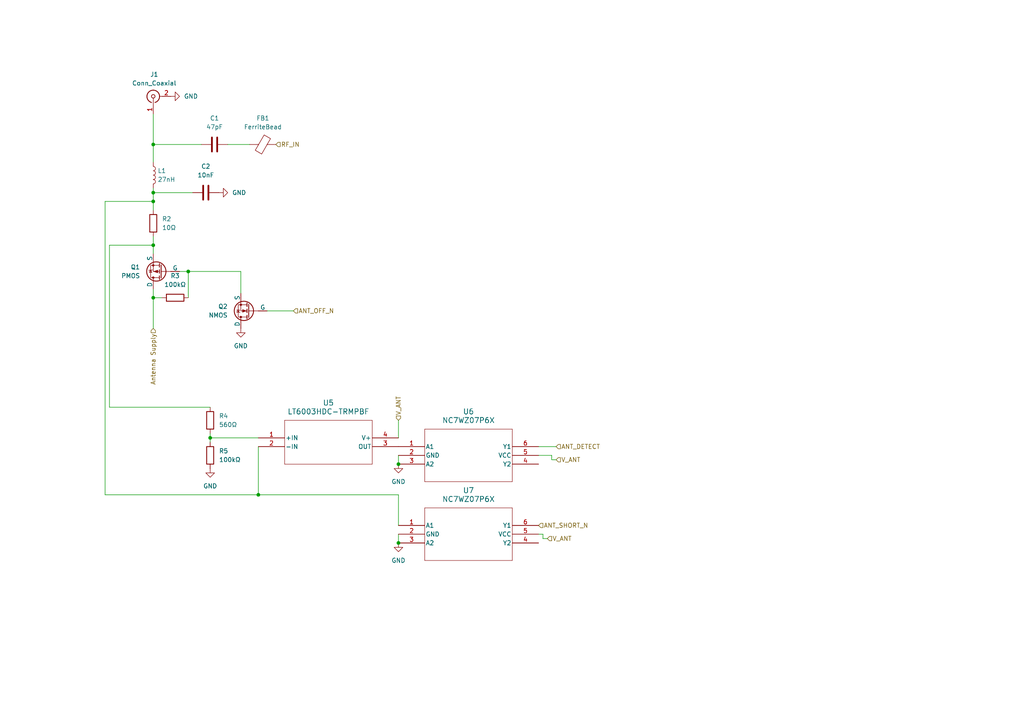
<source format=kicad_sch>
(kicad_sch (version 20250114) (generator "eeschema") (generator_version "9.0")
  (paper "A4")
  (lib_symbols
    (symbol "Connector:Conn_Coaxial" (pin_names (offset 1.016) (hide yes))
      (property "Reference" "J" (at 0.254 3.048 0))
      (property "Value" "Conn_Coaxial" (at 2.921 0 90))
      (symbol "Conn_Coaxial_0_1"
        (polyline (pts (xy -2.54 0) (xy -0.508 0)))
        (arc (start 1.778 0) (mid 0.222 -1.8079) (end -1.778 -0.508) (stroke (width 0.254)))
        (arc (start -1.778 0.508) (mid 0.2221 1.8084) (end 1.778 0) (stroke (width 0.254)))
        (circle (center 0 0) (radius 0.508) (stroke (width 0.2032)))
        (polyline (pts (xy 0 -2.54) (xy 0 -1.778)))
      )
      (symbol "Conn_Coaxial_1_1"
        (pin passive line (at -5.08 0 0) (length 2.54) (name "In") (number "1"))
        (pin passive line (at 0 -5.08 90) (length 2.54) (name "Ext") (number "2"))
      )
    )
    (symbol "Device:C" (pin_numbers (hide yes)) (pin_names (offset 0.254))
      (property "Reference" "C" (at 0.635 2.54 0))
      (property "Value" "C" (at 0.635 -2.54 0))
      (symbol "C_0_1"
        (polyline (pts (xy -2.032 0.762) (xy 2.032 0.762)) (stroke (width 0.508)))
        (polyline (pts (xy -2.032 -0.762) (xy 2.032 -0.762)) (stroke (width 0.508)))
      )
      (symbol "C_1_1"
        (pin passive line (at 0 3.81 270) (length 2.794) (name "~") (number "1"))
        (pin passive line (at 0 -3.81 90) (length 2.794) (name "~") (number "2"))
      )
    )
    (symbol "Device:FerriteBead" (pin_numbers (hide yes)) (pin_names (offset 0))
      (property "Reference" "FB" (at -3.81 0.635 90))
      (property "Value" "FerriteBead" (at 3.81 0 90))
      (symbol "FerriteBead_0_1"
        (polyline (pts (xy -2.7686 0.4064) (xy -1.7018 2.2606) (xy 2.7686 -0.3048) (xy 1.6764 -2.159) (xy -2.7686 0.4064)))
        (polyline (pts (xy 0 1.27) (xy 0 1.2954)))
        (polyline (pts (xy 0 -1.27) (xy 0 -1.2192)))
      )
      (symbol "FerriteBead_1_1"
        (pin passive line (at 0 3.81 270) (length 2.54) (name "~") (number "1"))
        (pin passive line (at 0 -3.81 90) (length 2.54) (name "~") (number "2"))
      )
    )
    (symbol "Device:L" (pin_numbers (hide yes)) (pin_names (offset 1.016) (hide yes))
      (property "Reference" "L" (at -1.27 0 90))
      (property "Value" "L" (at 1.905 0 90))
      (symbol "L_0_1"
        (arc (start 0 2.54) (mid 0.6323 1.905) (end 0 1.27))
        (arc (start 0 1.27) (mid 0.6323 0.635) (end 0 0))
        (arc (start 0 0) (mid 0.6323 -0.635) (end 0 -1.27))
        (arc (start 0 -1.27) (mid 0.6323 -1.905) (end 0 -2.54))
      )
      (symbol "L_1_1"
        (pin passive line (at 0 3.81 270) (length 1.27) (name "1") (number "1"))
        (pin passive line (at 0 -3.81 90) (length 1.27) (name "2") (number "2"))
      )
    )
    (symbol "Device:R" (pin_numbers (hide yes)) (pin_names (offset 0))
      (property "Reference" "R" (at 2.032 0 90))
      (property "Value" "R" (at 0 0 90))
      (symbol "R_0_1"
        (rectangle (start -1.016 -2.54) (end 1.016 2.54) (stroke (width 0.254)))
      )
      (symbol "R_1_1"
        (pin passive line (at 0 3.81 270) (length 1.27) (name "~") (number "1"))
        (pin passive line (at 0 -3.81 90) (length 1.27) (name "~") (number "2"))
      )
    )
    (symbol "LT6003:LT6003HDC-TRMPBF" (pin_names (offset 0.254))
      (property "Reference" "U" (at 20.32 10.16 0))
      (property "Value" "LT6003HDC-TRMPBF" (at 20.32 7.62 0))
      (symbol "LT6003HDC-TRMPBF_0_1"
        (polyline (pts (xy 7.62 5.08) (xy 7.62 -7.62)) (stroke (width 0.127)))
        (polyline (pts (xy 7.62 -7.62) (xy 33.02 -7.62)) (stroke (width 0.127)))
        (polyline (pts (xy 33.02 5.08) (xy 7.62 5.08)) (stroke (width 0.127)))
        (polyline (pts (xy 33.02 -7.62) (xy 33.02 5.08)) (stroke (width 0.127)))
        (pin input line (at 0 0 0) (length 7.62) (name "+IN") (number "1"))
        (pin input line (at 0 -2.54 0) (length 7.62) (name "-IN") (number "2"))
        (pin power_in line (at 40.64 0 180) (length 7.62) (name "V+") (number "4"))
        (pin output line (at 40.64 -2.54 180) (length 7.62) (name "OUT") (number "3"))
      )
    )
    (symbol "NC7WZ07P6X:NC7WZ07P6X" (pin_names (offset 0.254))
      (property "Reference" "U" (at 20.32 10.16 0))
      (property "Value" "NC7WZ07P6X" (at 20.32 7.62 0))
      (symbol "NC7WZ07P6X_0_1"
        (polyline (pts (xy 7.62 5.08) (xy 7.62 -10.16)) (stroke (width 0.127)))
        (polyline (pts (xy 7.62 -10.16) (xy 33.02 -10.16)) (stroke (width 0.127)))
        (polyline (pts (xy 33.02 5.08) (xy 7.62 5.08)) (stroke (width 0.127)))
        (polyline (pts (xy 33.02 -10.16) (xy 33.02 5.08)) (stroke (width 0.127)))
        (pin input line (at 0 0 0) (length 7.62) (name "A1") (number "1"))
        (pin power_out line (at 0 -2.54 0) (length 7.62) (name "GND") (number "2"))
        (pin input line (at 0 -5.08 0) (length 7.62) (name "A2") (number "3"))
        (pin output line (at 40.64 0 180) (length 7.62) (name "Y1") (number "6"))
        (pin power_in line (at 40.64 -2.54 180) (length 7.62) (name "VCC") (number "5"))
        (pin output line (at 40.64 -5.08 180) (length 7.62) (name "Y2") (number "4"))
      )
    )
    (symbol "Simulation_SPICE:NMOS" (pin_numbers (hide yes)) (pin_names (offset 0))
      (property "Reference" "Q" (at 5.08 1.27 0))
      (property "Value" "NMOS" (at 5.08 -1.27 0))
      (symbol "NMOS_0_1"
        (polyline (pts (xy 0.254 1.905) (xy 0.254 -1.905)) (stroke (width 0.254)))
        (polyline (pts (xy 0.254 0) (xy -2.54 0)))
        (polyline (pts (xy 0.762 2.286) (xy 0.762 1.27)) (stroke (width 0.254)))
        (polyline (pts (xy 0.762 0.508) (xy 0.762 -0.508)) (stroke (width 0.254)))
        (polyline (pts (xy 0.762 -1.27) (xy 0.762 -2.286)) (stroke (width 0.254)))
        (polyline (pts (xy 0.762 -1.778) (xy 3.302 -1.778) (xy 3.302 1.778) (xy 0.762 1.778)))
        (polyline (pts (xy 1.016 0) (xy 2.032 0.381) (xy 2.032 -0.381) (xy 1.016 0)) (fill (type outline)))
        (circle (center 1.651 0) (radius 2.794) (stroke (width 0.254)))
        (polyline (pts (xy 2.54 2.54) (xy 2.54 1.778)))
        (circle (center 2.54 1.778) (radius 0.254) (fill (type outline)))
        (circle (center 2.54 -1.778) (radius 0.254) (fill (type outline)))
        (polyline (pts (xy 2.54 -2.54) (xy 2.54 0) (xy 0.762 0)))
        (polyline (pts (xy 2.794 0.508) (xy 2.921 0.381) (xy 3.683 0.381) (xy 3.81 0.254)))
        (polyline (pts (xy 3.302 0.381) (xy 2.921 -0.254) (xy 3.683 -0.254) (xy 3.302 0.381)))
      )
      (symbol "NMOS_1_1"
        (pin input line (at -5.08 0 0) (length 2.54) (name "G") (number "2"))
        (pin passive line (at 2.54 5.08 270) (length 2.54) (name "D") (number "1"))
        (pin passive line (at 2.54 -5.08 90) (length 2.54) (name "S") (number "3"))
      )
    )
    (symbol "Simulation_SPICE:PMOS" (pin_numbers (hide yes)) (pin_names (offset 0))
      (property "Reference" "Q" (at 5.08 1.27 0))
      (property "Value" "PMOS" (at 5.08 -1.27 0))
      (symbol "PMOS_0_1"
        (polyline (pts (xy 0.254 1.905) (xy 0.254 -1.905)) (stroke (width 0.254)))
        (polyline (pts (xy 0.254 0) (xy -2.54 0)))
        (polyline (pts (xy 0.762 2.286) (xy 0.762 1.27)) (stroke (width 0.254)))
        (polyline (pts (xy 0.762 1.778) (xy 3.302 1.778) (xy 3.302 -1.778) (xy 0.762 -1.778)))
        (polyline (pts (xy 0.762 0.508) (xy 0.762 -0.508)) (stroke (width 0.254)))
        (polyline (pts (xy 0.762 -1.27) (xy 0.762 -2.286)) (stroke (width 0.254)))
        (circle (center 1.651 0) (radius 2.794) (stroke (width 0.254)))
        (polyline (pts (xy 2.286 0) (xy 1.27 0.381) (xy 1.27 -0.381) (xy 2.286 0)) (fill (type outline)))
        (polyline (pts (xy 2.54 2.54) (xy 2.54 1.778)))
        (circle (center 2.54 1.778) (radius 0.254) (fill (type outline)))
        (circle (center 2.54 -1.778) (radius 0.254) (fill (type outline)))
        (polyline (pts (xy 2.54 -2.54) (xy 2.54 0) (xy 0.762 0)))
        (polyline (pts (xy 2.794 -0.508) (xy 2.921 -0.381) (xy 3.683 -0.381) (xy 3.81 -0.254)))
        (polyline (pts (xy 3.302 -0.381) (xy 2.921 0.254) (xy 3.683 0.254) (xy 3.302 -0.381)))
      )
      (symbol "PMOS_1_1"
        (pin input line (at -5.08 0 0) (length 2.54) (name "G") (number "2"))
        (pin passive line (at 2.54 5.08 270) (length 2.54) (name "D") (number "1"))
        (pin passive line (at 2.54 -5.08 90) (length 2.54) (name "S") (number "3"))
      )
    )
    (symbol "power:GND" (power) (pin_numbers (hide yes)) (pin_names (offset 0) (hide yes))
      (property "Value" "GND" (at 0 -3.81 0))
      (symbol "GND_0_1"
        (polyline (pts (xy 0 0) (xy 0 -1.27) (xy 1.27 -1.27) (xy 0 -2.54) (xy -1.27 -1.27) (xy 0 -1.27)))
      )
      (symbol "GND_1_1"
        (pin power_in line (at 0 0 270) (length 0) (name "~") (number "1"))
      )
    )
  )
  (junction (at 44.45 41.91))
  (junction (at 54.61 78.74))
  (junction (at 115.57 134.62))
  (junction (at 115.57 157.48))
  (junction (at 74.93 143.51))
  (junction (at 44.45 71.12))
  (junction (at 44.45 55.88))
  (junction (at 60.96 127))
  (junction (at 44.45 58.42))
  (junction (at 44.45 86.36))
  (wire (pts (xy 54.61 78.74) (xy 69.85 78.74)))
  (wire (pts (xy 60.96 127) (xy 74.93 127)))
  (wire (pts (xy 44.45 46.99) (xy 44.45 41.91)))
  (wire (pts (xy 44.45 55.88) (xy 44.45 54.61)))
  (wire (pts (xy 66.04 41.91) (xy 72.39 41.91)))
  (wire (pts (xy 157.48 156.21) (xy 157.48 154.94)))
  (wire (pts (xy 44.45 58.42) (xy 44.45 60.96)))
  (wire (pts (xy 160.02 133.35) (xy 160.02 132.08)))
  (wire (pts (xy 156.21 129.54) (xy 161.29 129.54)))
  (wire (pts (xy 115.57 121.92) (xy 115.57 127)))
  (wire (pts (xy 44.45 86.36) (xy 44.45 95.25)))
  (wire (pts (xy 55.88 55.88) (xy 44.45 55.88)))
  (wire (pts (xy 60.96 127) (xy 60.96 128.27)))
  (wire (pts (xy 158.75 156.21) (xy 157.48 156.21)))
  (wire (pts (xy 52.07 78.74) (xy 54.61 78.74)))
  (wire (pts (xy 160.02 132.08) (xy 156.21 132.08)))
  (wire (pts (xy 30.48 143.51) (xy 74.93 143.51)))
  (wire (pts (xy 44.45 55.88) (xy 44.45 58.42)))
  (wire (pts (xy 31.75 118.11) (xy 31.75 71.12)))
  (wire (pts (xy 44.45 83.82) (xy 44.45 86.36)))
  (wire (pts (xy 77.47 90.17) (xy 85.09 90.17)))
  (wire (pts (xy 44.45 86.36) (xy 46.99 86.36)))
  (wire (pts (xy 44.45 58.42) (xy 30.48 58.42)))
  (wire (pts (xy 69.85 78.74) (xy 69.85 85.09)))
  (wire (pts (xy 74.93 143.51) (xy 74.93 129.54)))
  (wire (pts (xy 157.48 154.94) (xy 156.21 154.94)))
  (wire (pts (xy 30.48 58.42) (xy 30.48 143.51)))
  (wire (pts (xy 115.57 143.51) (xy 115.57 152.4)))
  (wire (pts (xy 74.93 143.51) (xy 115.57 143.51)))
  (wire (pts (xy 44.45 68.58) (xy 44.45 71.12)))
  (wire (pts (xy 44.45 71.12) (xy 44.45 73.66)))
  (wire (pts (xy 54.61 78.74) (xy 54.61 86.36)))
  (wire (pts (xy 60.96 125.73) (xy 60.96 127)))
  (wire (pts (xy 115.57 154.94) (xy 115.57 157.48)))
  (wire (pts (xy 58.42 41.91) (xy 44.45 41.91)))
  (wire (pts (xy 44.45 41.91) (xy 44.45 33.02)))
  (wire (pts (xy 115.57 132.08) (xy 115.57 134.62)))
  (wire (pts (xy 31.75 71.12) (xy 44.45 71.12)))
  (wire (pts (xy 161.29 133.35) (xy 160.02 133.35)))
  (wire (pts (xy 60.96 118.11) (xy 31.75 118.11)))
  (hierarchical_label "ANT_SHORT_N" (shape input) (at 156.21 152.4 0))
  (hierarchical_label "RF_IN" (shape input) (at 80.01 41.91 0))
  (hierarchical_label "Antenna Supply" (shape input) (at 44.45 95.25 270))
  (hierarchical_label "ANT_DETECT" (shape input) (at 161.29 129.54 0))
  (hierarchical_label "ANT_OFF_N" (shape input) (at 85.09 90.17 0))
  (hierarchical_label "V_ANT" (shape input) (at 161.29 133.35 0))
  (hierarchical_label "V_ANT" (shape input) (at 115.57 121.92 90))
  (hierarchical_label "V_ANT" (shape input) (at 158.75 156.21 0))
  (symbol (lib_id "power:GND") (at 69.85 95.25 0) (unit 1)
    (property "Reference" "#PWR09" (effects (hide yes)))
    (property "Value" "GND" (at 69.85 100.33 0))
    (property "Description" "Power symbol creates a global label with name \"GND\" , ground" (effects (hide yes)))
  )
  (symbol (lib_id "Device:C") (at 62.23 41.91 90) (unit 1)
    (property "Reference" "C1" (at 62.23 34.29 90))
    (property "Value" "47pF" (at 62.23 36.83 90))
    (property "Footprint" "Capacitor_SMD:C_0402_1005Metric" (effects (hide yes)))
    (property "Description" "Unpolarized capacitor" (effects (hide yes)))
  )
  (symbol (lib_id "LT6003:LT6003HDC-TRMPBF") (at 74.93 127 0) (unit 1)
    (property "Reference" "U5" (at 95.25 116.84 0) (effects (font (size 1.524 1.524))))
    (property "Value" "LT6003HDC-TRMPBF" (at 95.25 119.38 0) (effects (font (size 1.524 1.524))))
    (property "Footprint" "DC_4_ADI" (effects (hide yes)))
    (property "Datasheet" "https://www.analog.com/media/en/technical-documentation/data-sheets/600345fd.pdf" (effects (hide yes)))
  )
  (symbol (lib_id "Device:R") (at 60.96 121.92 0) (unit 1)
    (property "Reference" "R4" (at 63.5 120.6499 0) (effects (justify left)))
    (property "Value" "560Ω" (at 63.5 123.1899 0) (effects (justify left)))
    (property "Footprint" "Resistor_SMD:R_0402_1005Metric" (effects (hide yes)))
    (property "Description" "Resistor" (effects (hide yes)))
  )
  (symbol (lib_id "Device:R") (at 44.45 64.77 0) (unit 1)
    (property "Reference" "R2" (at 46.99 63.4999 0) (effects (justify left)))
    (property "Value" "10Ω" (at 46.99 66.0399 0) (effects (justify left)))
    (property "Footprint" "Resistor_SMD:R_0402_1005Metric" (effects (hide yes)))
    (property "Description" "Resistor" (effects (hide yes)))
  )
  (symbol (lib_id "Simulation_SPICE:NMOS") (at 72.39 90.17 180) (unit 1)
    (property "Reference" "Q2" (at 66.04 88.8999 0) (effects (justify left)))
    (property "Value" "NMOS" (at 66.04 91.4399 0) (effects (justify left)))
    (property "Footprint" "Package_TO_SOT_SMD:SOT-23" (effects (hide yes)))
    (property "Datasheet" "https://ngspice.sourceforge.io/docs/ngspice-html-manual/manual.xhtml#cha_MOSFETs" (effects (hide yes)))
    (property "Description" "N-MOSFET transistor, drain/source/gate" (effects (hide yes)))
    (property "Sim.Device" "NMOS" (effects (hide yes)))
    (property "Sim.Type" "VDMOS" (effects (hide yes)))
    (property "Sim.Pins" "1=D 2=G 3=S" (effects (hide yes)))
  )
  (symbol (lib_id "Simulation_SPICE:PMOS") (at 46.99 78.74 180) (unit 1)
    (property "Reference" "Q1" (at 40.64 77.4699 0) (effects (justify left)))
    (property "Value" "PMOS" (at 40.64 80.0099 0) (effects (justify left)))
    (property "Footprint" "Package_TO_SOT_SMD:SOT-23" (effects (hide yes)))
    (property "Datasheet" "https://ngspice.sourceforge.io/docs/ngspice-html-manual/manual.xhtml#cha_MOSFETs" (effects (hide yes)))
    (property "Description" "P-MOSFET transistor, drain/source/gate" (effects (hide yes)))
    (property "Sim.Device" "PMOS" (effects (hide yes)))
    (property "Sim.Type" "VDMOS" (effects (hide yes)))
    (property "Sim.Pins" "1=D 2=G 3=S" (effects (hide yes)))
  )
  (symbol (lib_id "Device:C") (at 59.69 55.88 90) (unit 1)
    (property "Reference" "C2" (at 59.69 48.26 90))
    (property "Value" "10nF" (at 59.69 50.8 90))
    (property "Footprint" "Capacitor_SMD:C_0402_1005Metric" (effects (hide yes)))
    (property "Description" "Unpolarized capacitor" (effects (hide yes)))
  )
  (symbol (lib_id "power:GND") (at 60.96 135.89 0) (unit 1)
    (property "Reference" "#PWR010" (effects (hide yes)))
    (property "Value" "GND" (at 60.96 140.97 0))
    (property "Description" "Power symbol creates a global label with name \"GND\" , ground" (effects (hide yes)))
  )
  (symbol (lib_id "power:GND") (at 115.57 157.48 0) (unit 1)
    (property "Reference" "#PWR012" (effects (hide yes)))
    (property "Value" "GND" (at 115.57 162.56 0))
    (property "Description" "Power symbol creates a global label with name \"GND\" , ground" (effects (hide yes)))
  )
  (symbol (lib_id "power:GND") (at 49.53 27.94 90) (unit 1)
    (property "Reference" "#PWR01" (effects (hide yes)))
    (property "Value" "GND" (at 53.34 27.9399 90) (effects (justify right)))
    (property "Description" "Power symbol creates a global label with name \"GND\" , ground" (effects (hide yes)))
  )
  (symbol (lib_id "power:GND") (at 115.57 134.62 0) (unit 1)
    (property "Reference" "#PWR011" (effects (hide yes)))
    (property "Value" "GND" (at 115.57 139.7 0))
    (property "Description" "Power symbol creates a global label with name \"GND\" , ground" (effects (hide yes)))
  )
  (symbol (lib_id "Device:R") (at 60.96 132.08 0) (unit 1)
    (property "Reference" "R5" (at 63.5 130.8099 0) (effects (justify left)))
    (property "Value" "100kΩ" (at 63.5 133.3499 0) (effects (justify left)))
    (property "Footprint" "Resistor_SMD:R_0402_1005Metric" (effects (hide yes)))
    (property "Description" "Resistor" (effects (hide yes)))
  )
  (symbol (lib_id "Device:L") (at 44.45 50.8 0) (unit 1)
    (property "Reference" "L1" (at 45.72 49.5299 0) (effects (justify left)))
    (property "Value" "27nH" (at 45.72 52.0699 0) (effects (justify left)))
    (property "Footprint" "Inductor_SMD:L_0402_1005Metric" (effects (hide yes)))
    (property "Description" "Inductor" (effects (hide yes)))
  )
  (symbol (lib_id "NC7WZ07P6X:NC7WZ07P6X") (at 115.57 152.4 0) (unit 1)
    (property "Reference" "U7" (at 135.89 142.24 0) (effects (font (size 1.524 1.524))))
    (property "Value" "NC7WZ07P6X" (at 135.89 144.78 0) (effects (font (size 1.524 1.524))))
    (property "Footprint" "SC-88&slash_SC70-6&slash_SOT-363_419B-02_ONS" (effects (hide yes)))
    (property "Datasheet" "NC7WZ07P6X" (effects (hide yes)))
  )
  (symbol (lib_id "NC7WZ07P6X:NC7WZ07P6X") (at 115.57 129.54 0) (unit 1)
    (property "Reference" "U6" (at 135.89 119.38 0) (effects (font (size 1.524 1.524))))
    (property "Value" "NC7WZ07P6X" (at 135.89 121.92 0) (effects (font (size 1.524 1.524))))
    (property "Footprint" "SC-88&slash_SC70-6&slash_SOT-363_419B-02_ONS" (effects (hide yes)))
    (property "Datasheet" "NC7WZ07P6X" (effects (hide yes)))
  )
  (symbol (lib_id "Device:FerriteBead") (at 76.2 41.91 270) (unit 1)
    (property "Reference" "FB1" (at 76.2508 34.29 90))
    (property "Value" "FerriteBead" (at 76.2508 36.83 90))
    (property "Footprint" "Capacitor_SMD:C_0402_1005Metric" (effects (hide yes)))
    (property "Description" "Ferrite bead" (effects (hide yes)))
  )
  (symbol (lib_id "Device:R") (at 50.8 86.36 90) (unit 1)
    (property "Reference" "R3" (at 50.8 80.01 90))
    (property "Value" "100kΩ" (at 50.8 82.55 90))
    (property "Footprint" "Resistor_SMD:R_0402_1005Metric" (effects (hide yes)))
    (property "Description" "Resistor" (effects (hide yes)))
  )
  (symbol (lib_id "power:GND") (at 63.5 55.88 90) (unit 1)
    (property "Reference" "#PWR08" (effects (hide yes)))
    (property "Value" "GND" (at 67.31 55.8799 90) (effects (justify right)))
    (property "Description" "Power symbol creates a global label with name \"GND\" , ground" (effects (hide yes)))
  )
  (symbol (lib_id "Connector:Conn_Coaxial") (at 44.45 27.94 90) (unit 1)
    (property "Reference" "J1" (at 44.7432 21.59 90))
    (property "Value" "Conn_Coaxial" (at 44.7432 24.13 90))
    (property "Footprint" "Connector_Coaxial:U.FL_Molex_MCRF_73412-0110_Vertical" (effects (hide yes)))
    (property "Description" "coaxial connector (BNC, SMA, SMB, SMC, Cinch/RCA, LEMO, ...)" (effects (hide yes)))
  )
)
</source>
